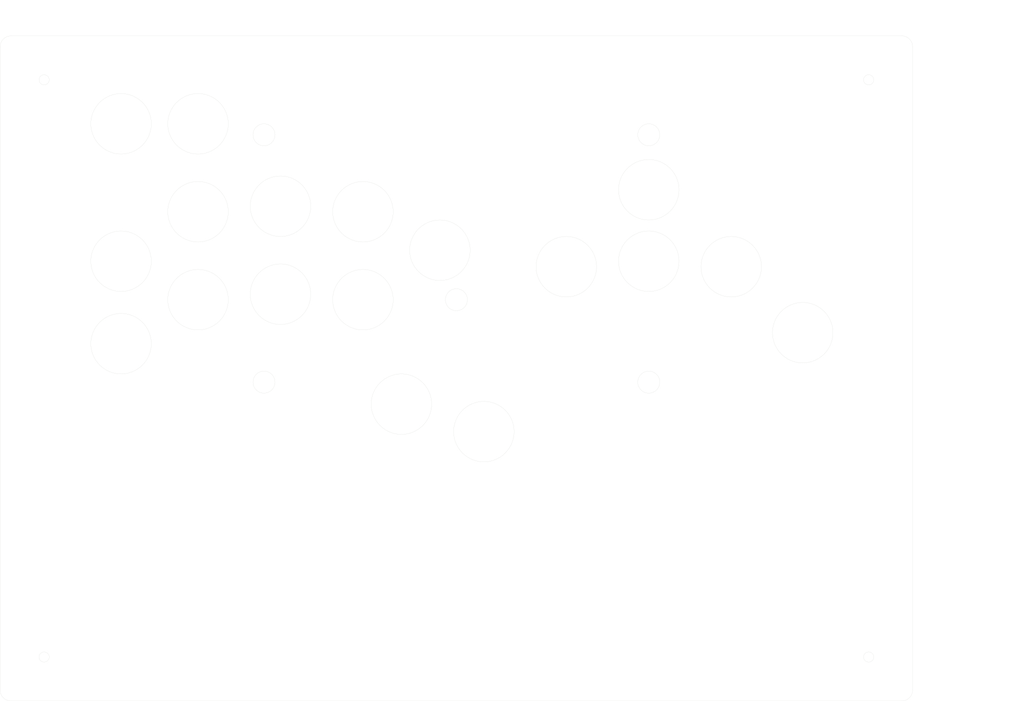
<source format=kicad_pcb>
(kicad_pcb (version 20240108) (generator "pcbnew") (generator_version "8.0")
  (layers (0 "F.Cu" signal) (31 "B.Cu" signal) (34 "B.Paste" user) (35 "F.Paste" user) (36 "B.SilkS" user "B.Silkscreen") (37 "F.SilkS" user "F.Silkscreen") (38 "B.Mask" user) (39 "F.Mask" user) (44 "Edge.Cuts" user))
  (net 0 "")
  (footprint "Udong:SW_hole_for_ceil" (layer "F.Cu") (at 146 96)
    (property "Reference" "U13" (hide yes))
    (property "Value" "DRV5056A3xQDBZxR" (hide yes))
    (fp_circle (center 0 0) (end 11 0) (stroke (width 0.05)) (fill none) (layer "Edge.Cuts"))
  )
  (footprint "Udong:Acrylic_M3_mounting_hole_3.7mm" (layer "F.Cu") (at 360 260)
    (property "Reference" "REF**" (hide yes))
    (property "Value" "3.7mm" (hide yes))
    (fp_circle (center 0 0) (end 1.85 0) (stroke (width 0.05)) (fill none) (layer "Edge.Cuts"))
  )
  (footprint "Udong:Acrylic_M3_mounting_hole_3.7mm" (layer "F.Cu") (at 360 50)
    (property "Reference" "REF**" (hide yes))
    (property "Value" "3.7mm" (hide yes))
    (fp_circle (center 0 0) (end 1.85 0) (stroke (width 0.05)) (fill none) (layer "Edge.Cuts"))
  )
  (footprint "Udong:SW_hole_for_ceil" (layer "F.Cu") (at 116 98)
    (property "Reference" "U15" (hide yes))
    (property "Value" "DRV5056A3xQDBZxR" (hide yes))
    (fp_circle (center 0 0) (end 11 0) (stroke (width 0.05)) (fill none) (layer "Edge.Cuts"))
  )
  (footprint "Udong:SW_hole_for_ceil" (layer "F.Cu") (at 88 116)
    (property "Reference" "U6" (hide yes))
    (property "Value" "DRV5056A3xQDBZxR" (hide yes))
    (fp_circle (center 0 0) (end 11 0) (stroke (width 0.05)) (fill none) (layer "Edge.Cuts"))
  )
  (footprint "Udong:SpaceForBoltHead" (layer "F.Cu") (at 140 160)
    (property "Reference" "H4" (hide yes))
    (property "Value" "MountingHole_Pad" (hide yes))
    (fp_circle (center 0 0) (end 4 0) (stroke (width 0.05)) (fill none) (layer "Edge.Cuts"))
  )
  (footprint "Udong:Acrylic_M3_mounting_hole_3.7mm" (layer "F.Cu") (at 60 260)
    (property "Reference" "REF**" (hide yes))
    (property "Value" "3.7mm" (hide yes))
    (fp_circle (center 0 0) (end 1.85 0) (stroke (width 0.05)) (fill none) (layer "Edge.Cuts"))
  )
  (footprint "Udong:SW_hole_for_ceil" (layer "F.Cu") (at 176 98)
    (property "Reference" "U10" (hide yes))
    (property "Value" "DRV5056A3xQDBZxR" (hide yes))
    (fp_circle (center 0 0) (end 11 0) (stroke (width 0.05)) (fill none) (layer "Edge.Cuts"))
  )
  (footprint "Udong:SW_hole_for_ceil" (layer "F.Cu") (at 88 146)
    (property "Reference" "U19" (hide yes))
    (property "Value" "DRV5056A3xQDBZxR" (hide yes))
    (fp_circle (center 0 0) (end 11 0) (stroke (width 0.05)) (fill none) (layer "Edge.Cuts"))
  )
  (footprint "Udong:SW_hole_for_ceil" (layer "F.Cu") (at 176 130 180)
    (property "Reference" "SW4" (hide yes))
    (property "Value" "SW_Push" (hide yes))
    (fp_circle (center 0 0) (end 11 0) (stroke (width 0.05)) (fill none) (layer "Edge.Cuts"))
  )
  (footprint "Udong:SW_hole_for_ceil" (layer "F.Cu") (at 116 130)
    (property "Reference" "U12" (hide yes))
    (property "Value" "DRV5056A3xQDBZxR" (hide yes))
    (fp_circle (center 0 0) (end 11 0) (stroke (width 0.05)) (fill none) (layer "Edge.Cuts"))
  )
  (footprint "Udong:SW_hole_for_ceil" (layer "F.Cu") (at 146 128)
    (property "Reference" "U14" (hide yes))
    (property "Value" "DRV5056A3xQDBZxR" (hide yes))
    (fp_circle (center 0 0) (end 11 0) (stroke (width 0.05)) (fill none) (layer "Edge.Cuts"))
  )
  (footprint "Udong:SpaceForBoltHead" (layer "F.Cu") (at 280 70)
    (property "Reference" "H2" (hide yes))
    (property "Value" "MountingHole_Pad" (hide yes))
    (fp_circle (center 0 0) (end 4 0) (stroke (width 0.05)) (fill none) (layer "Edge.Cuts"))
  )
  (footprint "Udong:SW_hole_for_ceil" (layer "F.Cu") (at 336 142)
    (property "Reference" "U17" (hide yes))
    (property "Value" "DRV5056A3xQDBZxR" (hide yes))
    (fp_circle (center 0 0) (end 11 0) (stroke (width 0.05)) (fill none) (layer "Edge.Cuts"))
  )
  (footprint "Udong:SW_hole_for_ceil" (layer "F.Cu") (at 190 168)
    (property "Reference" "U16" (hide yes))
    (property "Value" "DRV5056A3xQDBZxR" (hide yes))
    (fp_circle (center 0 0) (end 11 0) (stroke (width 0.05)) (fill none) (layer "Edge.Cuts"))
  )
  (footprint "Udong:SW_hole_for_ceil" (layer "F.Cu") (at 204 112)
    (property "Reference" "U8" (hide yes))
    (property "Value" "DRV5056A3xQDBZxR" (hide yes))
    (fp_circle (center 0 0) (end 11 0) (stroke (width 0.05)) (fill none) (layer "Edge.Cuts"))
  )
  (footprint "Udong:SW_hole_for_ceil" (layer "F.Cu") (at 280 90)
    (property "Reference" "U9" (hide yes))
    (property "Value" "DRV5056A3xQDBZxR" (hide yes))
    (fp_circle (center 0 0) (end 11 0) (stroke (width 0.05)) (fill none) (layer "Edge.Cuts"))
  )
  (footprint "Udong:SW_hole_for_ceil" (layer "F.Cu") (at 220 178)
    (property "Reference" "U21" (hide yes))
    (property "Value" "DRV5056A3xQDBZxR" (hide yes))
    (fp_circle (center 0 0) (end 11 0) (stroke (width 0.05)) (fill none) (layer "Edge.Cuts"))
  )
  (footprint "Udong:SW_hole_for_ceil" (layer "F.Cu") (at 310 118 180)
    (property "Reference" "SW3" (hide yes))
    (property "Value" "SW_Push" (hide yes))
    (fp_circle (center 0 0) (end 11 0) (stroke (width 0.05)) (fill none) (layer "Edge.Cuts"))
  )
  (footprint "Udong:Acrylic_M3_mounting_hole_3.7mm" (layer "F.Cu") (at 60 50)
    (property "Reference" "REF**" (hide yes))
    (property "Value" "3.7mm" (hide yes))
    (fp_circle (center 0 0) (end 1.85 0) (stroke (width 0.05)) (fill none) (layer "Edge.Cuts"))
  )
  (footprint "Udong:SW_hole_for_ceil" (layer "F.Cu") (at 250 118)
    (property "Reference" "U11" (hide yes))
    (property "Value" "DRV5056A3xQDBZxR" (hide yes))
    (fp_circle (center 0 0) (end 11 0) (stroke (width 0.05)) (fill none) (layer "Edge.Cuts"))
  )
  (footprint "Udong:SW_hole_for_ceil" (layer "F.Cu") (at 280 116)
    (property "Reference" "U20" (hide yes))
    (property "Value" "DRV5056A3xQDBZxR" (hide yes))
    (fp_circle (center 0 0) (end 11 0) (stroke (width 0.05)) (fill none) (layer "Edge.Cuts"))
  )
  (footprint "Udong:SW_hole_for_ceil" (layer "F.Cu") (at 88 66)
    (property "Reference" "U7" (hide yes))
    (property "Value" "DRV5056A3xQDBZxR" (hide yes))
    (fp_circle (center 0 0) (end 11 0) (stroke (width 0.05)) (fill none) (layer "Edge.Cuts"))
  )
  (footprint "Udong:SpaceForBoltHead" (layer "F.Cu") (at 140 70)
    (property "Reference" "H1" (hide yes))
    (property "Value" "MountingHole_Pad" (hide yes))
    (fp_circle (center 0 0) (end 4 0) (stroke (width 0.05)) (fill none) (layer "Edge.Cuts"))
  )
  (footprint "Udong:SpaceForBoltHead" (layer "F.Cu") (at 280 160)
    (property "Reference" "H5" (hide yes))
    (property "Value" "MountingHole_Pad" (hide yes))
    (fp_circle (center 0 0) (end 4 0) (stroke (width 0.05)) (fill none) (layer "Edge.Cuts"))
  )
  (footprint "Udong:SpaceForBoltHead" (layer "F.Cu") (at 210 130)
    (property "Reference" "H3" (hide yes))
    (property "Value" "MountingHole_Pad" (hide yes))
    (fp_circle (center 0 0) (end 4 0) (stroke (width 0.05)) (fill none) (layer "Edge.Cuts"))
  )
  (footprint "Udong:SW_hole_for_ceil" (layer "F.Cu") (at 116 66)
    (property "Reference" "U18" (hide yes))
    (property "Value" "DRV5056A3xQDBZxR" (hide yes))
    (fp_circle (center 0 0) (end 11 0) (stroke (width 0.05)) (fill none) (layer "Edge.Cuts"))
  )
  (gr_arc (start 48 276) (mid 45.171573 274.828427) (end 44 272) (stroke (width 0.05)) (layer "Edge.Cuts"))
  (gr_arc (start 376 272) (mid 374.828427 274.828427) (end 372 276) (stroke (width 0.05)) (layer "Edge.Cuts"))
  (gr_line (start 372 276) (end 48 276) (stroke (width 0.05)) (layer "Edge.Cuts"))
  (gr_line (start 44 272) (end 44 38) (stroke (width 0.05)) (layer "Edge.Cuts"))
  (gr_arc (start 372 34) (mid 374.828427 35.171573) (end 376 38) (stroke (width 0.05)) (layer "Edge.Cuts"))
  (gr_line (start 48 34) (end 372 34) (stroke (width 0.05)) (layer "Edge.Cuts"))
  (gr_line (start 376 38) (end 376 272) (stroke (width 0.05)) (layer "Edge.Cuts"))
  (gr_arc (start 44 38) (mid 45.171573 35.171573) (end 48 34) (stroke (width 0.05)) (layer "Edge.Cuts"))
)
</source>
